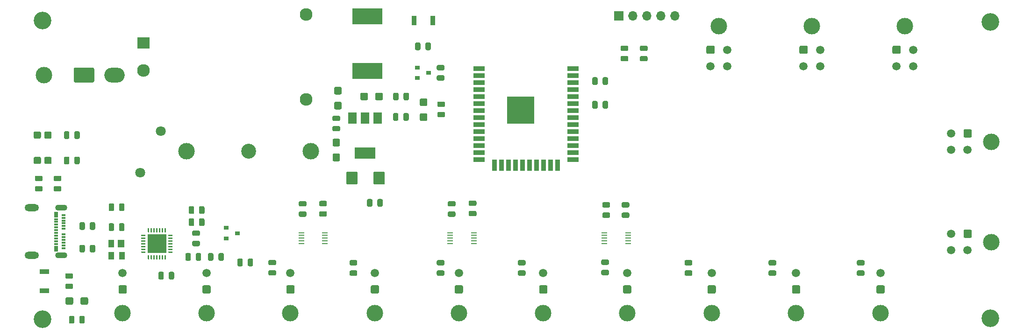
<source format=gts>
G04 #@! TF.GenerationSoftware,KiCad,Pcbnew,(5.1.9)-1*
G04 #@! TF.CreationDate,2021-01-28T11:08:42-05:00*
G04 #@! TF.ProjectId,Controller,436f6e74-726f-46c6-9c65-722e6b696361,rev?*
G04 #@! TF.SameCoordinates,Original*
G04 #@! TF.FileFunction,Soldermask,Top*
G04 #@! TF.FilePolarity,Negative*
%FSLAX46Y46*%
G04 Gerber Fmt 4.6, Leading zero omitted, Abs format (unit mm)*
G04 Created by KiCad (PCBNEW (5.1.9)-1) date 2021-01-28 11:08:42*
%MOMM*%
%LPD*%
G01*
G04 APERTURE LIST*
%ADD10C,3.000000*%
%ADD11O,3.700000X2.700000*%
%ADD12O,1.700000X1.700000*%
%ADD13R,1.700000X1.700000*%
%ADD14C,1.500000*%
%ADD15C,3.200000*%
%ADD16R,1.100000X0.250000*%
%ADD17R,1.500000X2.000000*%
%ADD18R,3.800000X2.000000*%
%ADD19R,3.350000X3.350000*%
%ADD20R,2.000000X0.900000*%
%ADD21R,0.900000X2.000000*%
%ADD22R,5.000000X5.000000*%
%ADD23R,1.700000X0.900000*%
%ADD24R,0.900000X1.700000*%
%ADD25C,1.800000*%
%ADD26R,0.900000X0.800000*%
%ADD27C,2.300000*%
%ADD28R,2.300000X2.000000*%
%ADD29R,5.400000X2.900000*%
%ADD30R,0.700000X0.300000*%
%ADD31R,0.700000X1.000000*%
%ADD32O,2.200000X1.100000*%
%ADD33O,2.600000X1.300000*%
%ADD34C,2.700000*%
%ADD35R,1.000000X1.400000*%
%ADD36R,1.200000X1.400000*%
G04 APERTURE END LIST*
D10*
X50400000Y-34100000D03*
D11*
X63200000Y-34100000D03*
G36*
G01*
X59299999Y-35450000D02*
X56100001Y-35450000D01*
G75*
G02*
X55850000Y-35199999I0J250001D01*
G01*
X55850000Y-33000001D01*
G75*
G02*
X56100001Y-32750000I250001J0D01*
G01*
X59299999Y-32750000D01*
G75*
G02*
X59550000Y-33000001I0J-250001D01*
G01*
X59550000Y-35199999D01*
G75*
G02*
X59299999Y-35450000I-250001J0D01*
G01*
G37*
D12*
X164760000Y-23400000D03*
X162220000Y-23400000D03*
X159680000Y-23400000D03*
X157140000Y-23400000D03*
D13*
X154600000Y-23400000D03*
D14*
X174200000Y-32520000D03*
X171200000Y-32520000D03*
X174200000Y-29520000D03*
G36*
G01*
X170450000Y-30020000D02*
X170450000Y-29020000D01*
G75*
G02*
X170700000Y-28770000I250000J0D01*
G01*
X171700000Y-28770000D01*
G75*
G02*
X171950000Y-29020000I0J-250000D01*
G01*
X171950000Y-30020000D01*
G75*
G02*
X171700000Y-30270000I-250000J0D01*
G01*
X170700000Y-30270000D01*
G75*
G02*
X170450000Y-30020000I0J250000D01*
G01*
G37*
D10*
X172700000Y-25200000D03*
G36*
G01*
X159556250Y-29750000D02*
X158643750Y-29750000D01*
G75*
G02*
X158400000Y-29506250I0J243750D01*
G01*
X158400000Y-29018750D01*
G75*
G02*
X158643750Y-28775000I243750J0D01*
G01*
X159556250Y-28775000D01*
G75*
G02*
X159800000Y-29018750I0J-243750D01*
G01*
X159800000Y-29506250D01*
G75*
G02*
X159556250Y-29750000I-243750J0D01*
G01*
G37*
G36*
G01*
X159556250Y-31625000D02*
X158643750Y-31625000D01*
G75*
G02*
X158400000Y-31381250I0J243750D01*
G01*
X158400000Y-30893750D01*
G75*
G02*
X158643750Y-30650000I243750J0D01*
G01*
X159556250Y-30650000D01*
G75*
G02*
X159800000Y-30893750I0J-243750D01*
G01*
X159800000Y-31381250D01*
G75*
G02*
X159556250Y-31625000I-243750J0D01*
G01*
G37*
G36*
G01*
X156056250Y-29750000D02*
X155143750Y-29750000D01*
G75*
G02*
X154900000Y-29506250I0J243750D01*
G01*
X154900000Y-29018750D01*
G75*
G02*
X155143750Y-28775000I243750J0D01*
G01*
X156056250Y-28775000D01*
G75*
G02*
X156300000Y-29018750I0J-243750D01*
G01*
X156300000Y-29506250D01*
G75*
G02*
X156056250Y-29750000I-243750J0D01*
G01*
G37*
G36*
G01*
X156056250Y-31625000D02*
X155143750Y-31625000D01*
G75*
G02*
X154900000Y-31381250I0J243750D01*
G01*
X154900000Y-30893750D01*
G75*
G02*
X155143750Y-30650000I243750J0D01*
G01*
X156056250Y-30650000D01*
G75*
G02*
X156300000Y-30893750I0J-243750D01*
G01*
X156300000Y-31381250D01*
G75*
G02*
X156056250Y-31625000I-243750J0D01*
G01*
G37*
D14*
X140900000Y-70000000D03*
G36*
G01*
X141650000Y-72500000D02*
X141650000Y-73500000D01*
G75*
G02*
X141400000Y-73750000I-250000J0D01*
G01*
X140400000Y-73750000D01*
G75*
G02*
X140150000Y-73500000I0J250000D01*
G01*
X140150000Y-72500000D01*
G75*
G02*
X140400000Y-72250000I250000J0D01*
G01*
X141400000Y-72250000D01*
G75*
G02*
X141650000Y-72500000I0J-250000D01*
G01*
G37*
D10*
X140900000Y-77320000D03*
D14*
X95100000Y-70000000D03*
G36*
G01*
X95850000Y-72500000D02*
X95850000Y-73500000D01*
G75*
G02*
X95600000Y-73750000I-250000J0D01*
G01*
X94600000Y-73750000D01*
G75*
G02*
X94350000Y-73500000I0J250000D01*
G01*
X94350000Y-72500000D01*
G75*
G02*
X94600000Y-72250000I250000J0D01*
G01*
X95600000Y-72250000D01*
G75*
G02*
X95850000Y-72500000I0J-250000D01*
G01*
G37*
D10*
X95100000Y-77320000D03*
D14*
X171400000Y-70000000D03*
G36*
G01*
X172150000Y-72500000D02*
X172150000Y-73500000D01*
G75*
G02*
X171900000Y-73750000I-250000J0D01*
G01*
X170900000Y-73750000D01*
G75*
G02*
X170650000Y-73500000I0J250000D01*
G01*
X170650000Y-72500000D01*
G75*
G02*
X170900000Y-72250000I250000J0D01*
G01*
X171900000Y-72250000D01*
G75*
G02*
X172150000Y-72500000I0J-250000D01*
G01*
G37*
D10*
X171400000Y-77320000D03*
D14*
X125600000Y-70000000D03*
G36*
G01*
X126350000Y-72500000D02*
X126350000Y-73500000D01*
G75*
G02*
X126100000Y-73750000I-250000J0D01*
G01*
X125100000Y-73750000D01*
G75*
G02*
X124850000Y-73500000I0J250000D01*
G01*
X124850000Y-72500000D01*
G75*
G02*
X125100000Y-72250000I250000J0D01*
G01*
X126100000Y-72250000D01*
G75*
G02*
X126350000Y-72500000I0J-250000D01*
G01*
G37*
D10*
X125600000Y-77320000D03*
D14*
X79900000Y-70000000D03*
G36*
G01*
X80650000Y-72500000D02*
X80650000Y-73500000D01*
G75*
G02*
X80400000Y-73750000I-250000J0D01*
G01*
X79400000Y-73750000D01*
G75*
G02*
X79150000Y-73500000I0J250000D01*
G01*
X79150000Y-72500000D01*
G75*
G02*
X79400000Y-72250000I250000J0D01*
G01*
X80400000Y-72250000D01*
G75*
G02*
X80650000Y-72500000I0J-250000D01*
G01*
G37*
D10*
X79900000Y-77320000D03*
D14*
X156100000Y-70000000D03*
G36*
G01*
X156850000Y-72500000D02*
X156850000Y-73500000D01*
G75*
G02*
X156600000Y-73750000I-250000J0D01*
G01*
X155600000Y-73750000D01*
G75*
G02*
X155350000Y-73500000I0J250000D01*
G01*
X155350000Y-72500000D01*
G75*
G02*
X155600000Y-72250000I250000J0D01*
G01*
X156600000Y-72250000D01*
G75*
G02*
X156850000Y-72500000I0J-250000D01*
G01*
G37*
D10*
X156100000Y-77320000D03*
D14*
X110400000Y-70000000D03*
G36*
G01*
X111150000Y-72500000D02*
X111150000Y-73500000D01*
G75*
G02*
X110900000Y-73750000I-250000J0D01*
G01*
X109900000Y-73750000D01*
G75*
G02*
X109650000Y-73500000I0J250000D01*
G01*
X109650000Y-72500000D01*
G75*
G02*
X109900000Y-72250000I250000J0D01*
G01*
X110900000Y-72250000D01*
G75*
G02*
X111150000Y-72500000I0J-250000D01*
G01*
G37*
D10*
X110400000Y-77320000D03*
D14*
X64700000Y-70000000D03*
G36*
G01*
X65450000Y-72500000D02*
X65450000Y-73500000D01*
G75*
G02*
X65200000Y-73750000I-250000J0D01*
G01*
X64200000Y-73750000D01*
G75*
G02*
X63950000Y-73500000I0J250000D01*
G01*
X63950000Y-72500000D01*
G75*
G02*
X64200000Y-72250000I250000J0D01*
G01*
X65200000Y-72250000D01*
G75*
G02*
X65450000Y-72500000I0J-250000D01*
G01*
G37*
D10*
X64700000Y-77320000D03*
D14*
X202000000Y-70000000D03*
G36*
G01*
X202750000Y-72500000D02*
X202750000Y-73500000D01*
G75*
G02*
X202500000Y-73750000I-250000J0D01*
G01*
X201500000Y-73750000D01*
G75*
G02*
X201250000Y-73500000I0J250000D01*
G01*
X201250000Y-72500000D01*
G75*
G02*
X201500000Y-72250000I250000J0D01*
G01*
X202500000Y-72250000D01*
G75*
G02*
X202750000Y-72500000I0J-250000D01*
G01*
G37*
D10*
X202000000Y-77320000D03*
D14*
X186700000Y-70000000D03*
G36*
G01*
X187450000Y-72500000D02*
X187450000Y-73500000D01*
G75*
G02*
X187200000Y-73750000I-250000J0D01*
G01*
X186200000Y-73750000D01*
G75*
G02*
X185950000Y-73500000I0J250000D01*
G01*
X185950000Y-72500000D01*
G75*
G02*
X186200000Y-72250000I250000J0D01*
G01*
X187200000Y-72250000D01*
G75*
G02*
X187450000Y-72500000I0J-250000D01*
G01*
G37*
D10*
X186700000Y-77320000D03*
D14*
X214780000Y-65900000D03*
X214780000Y-62900000D03*
X217780000Y-65900000D03*
G36*
G01*
X217280000Y-62150000D02*
X218280000Y-62150000D01*
G75*
G02*
X218530000Y-62400000I0J-250000D01*
G01*
X218530000Y-63400000D01*
G75*
G02*
X218280000Y-63650000I-250000J0D01*
G01*
X217280000Y-63650000D01*
G75*
G02*
X217030000Y-63400000I0J250000D01*
G01*
X217030000Y-62400000D01*
G75*
G02*
X217280000Y-62150000I250000J0D01*
G01*
G37*
D10*
X222100000Y-64400000D03*
D14*
X214780000Y-47700000D03*
X214780000Y-44700000D03*
X217780000Y-47700000D03*
G36*
G01*
X217280000Y-43950000D02*
X218280000Y-43950000D01*
G75*
G02*
X218530000Y-44200000I0J-250000D01*
G01*
X218530000Y-45200000D01*
G75*
G02*
X218280000Y-45450000I-250000J0D01*
G01*
X217280000Y-45450000D01*
G75*
G02*
X217030000Y-45200000I0J250000D01*
G01*
X217030000Y-44200000D01*
G75*
G02*
X217280000Y-43950000I250000J0D01*
G01*
G37*
D10*
X222100000Y-46200000D03*
D14*
X207900000Y-32520000D03*
X204900000Y-32520000D03*
X207900000Y-29520000D03*
G36*
G01*
X204150000Y-30020000D02*
X204150000Y-29020000D01*
G75*
G02*
X204400000Y-28770000I250000J0D01*
G01*
X205400000Y-28770000D01*
G75*
G02*
X205650000Y-29020000I0J-250000D01*
G01*
X205650000Y-30020000D01*
G75*
G02*
X205400000Y-30270000I-250000J0D01*
G01*
X204400000Y-30270000D01*
G75*
G02*
X204150000Y-30020000I0J250000D01*
G01*
G37*
D10*
X206400000Y-25200000D03*
D14*
X191050000Y-32520000D03*
X188050000Y-32520000D03*
X191050000Y-29520000D03*
G36*
G01*
X187300000Y-30020000D02*
X187300000Y-29020000D01*
G75*
G02*
X187550000Y-28770000I250000J0D01*
G01*
X188550000Y-28770000D01*
G75*
G02*
X188800000Y-29020000I0J-250000D01*
G01*
X188800000Y-30020000D01*
G75*
G02*
X188550000Y-30270000I-250000J0D01*
G01*
X187550000Y-30270000D01*
G75*
G02*
X187300000Y-30020000I0J250000D01*
G01*
G37*
D10*
X189550000Y-25200000D03*
D15*
X221900000Y-24500000D03*
X221900000Y-78200000D03*
X50200000Y-78400000D03*
X50200000Y-24200000D03*
D16*
X156250000Y-62700000D03*
X156250000Y-63200000D03*
X156250000Y-63700000D03*
X156250000Y-64200000D03*
X156250000Y-64700000D03*
X151950000Y-64700000D03*
X151950000Y-64200000D03*
X151950000Y-63700000D03*
X151950000Y-63200000D03*
X151950000Y-62700000D03*
X101350000Y-62700000D03*
X101350000Y-63200000D03*
X101350000Y-63700000D03*
X101350000Y-64200000D03*
X101350000Y-64700000D03*
X97050000Y-64700000D03*
X97050000Y-64200000D03*
X97050000Y-63700000D03*
X97050000Y-63200000D03*
X97050000Y-62700000D03*
X128350000Y-62700000D03*
X128350000Y-63200000D03*
X128350000Y-63700000D03*
X128350000Y-64200000D03*
X128350000Y-64700000D03*
X124050000Y-64700000D03*
X124050000Y-64200000D03*
X124050000Y-63700000D03*
X124050000Y-63200000D03*
X124050000Y-62700000D03*
D17*
X110900000Y-41950000D03*
X106300000Y-41950000D03*
X108600000Y-41950000D03*
D18*
X108600000Y-48250000D03*
D19*
X70900000Y-64720000D03*
G36*
G01*
X69275000Y-62607500D02*
X69275000Y-61932500D01*
G75*
G02*
X69337500Y-61870000I62500J0D01*
G01*
X69462500Y-61870000D01*
G75*
G02*
X69525000Y-61932500I0J-62500D01*
G01*
X69525000Y-62607500D01*
G75*
G02*
X69462500Y-62670000I-62500J0D01*
G01*
X69337500Y-62670000D01*
G75*
G02*
X69275000Y-62607500I0J62500D01*
G01*
G37*
G36*
G01*
X69775000Y-62607500D02*
X69775000Y-61932500D01*
G75*
G02*
X69837500Y-61870000I62500J0D01*
G01*
X69962500Y-61870000D01*
G75*
G02*
X70025000Y-61932500I0J-62500D01*
G01*
X70025000Y-62607500D01*
G75*
G02*
X69962500Y-62670000I-62500J0D01*
G01*
X69837500Y-62670000D01*
G75*
G02*
X69775000Y-62607500I0J62500D01*
G01*
G37*
G36*
G01*
X70275000Y-62607500D02*
X70275000Y-61932500D01*
G75*
G02*
X70337500Y-61870000I62500J0D01*
G01*
X70462500Y-61870000D01*
G75*
G02*
X70525000Y-61932500I0J-62500D01*
G01*
X70525000Y-62607500D01*
G75*
G02*
X70462500Y-62670000I-62500J0D01*
G01*
X70337500Y-62670000D01*
G75*
G02*
X70275000Y-62607500I0J62500D01*
G01*
G37*
G36*
G01*
X70775000Y-62607500D02*
X70775000Y-61932500D01*
G75*
G02*
X70837500Y-61870000I62500J0D01*
G01*
X70962500Y-61870000D01*
G75*
G02*
X71025000Y-61932500I0J-62500D01*
G01*
X71025000Y-62607500D01*
G75*
G02*
X70962500Y-62670000I-62500J0D01*
G01*
X70837500Y-62670000D01*
G75*
G02*
X70775000Y-62607500I0J62500D01*
G01*
G37*
G36*
G01*
X71275000Y-62607500D02*
X71275000Y-61932500D01*
G75*
G02*
X71337500Y-61870000I62500J0D01*
G01*
X71462500Y-61870000D01*
G75*
G02*
X71525000Y-61932500I0J-62500D01*
G01*
X71525000Y-62607500D01*
G75*
G02*
X71462500Y-62670000I-62500J0D01*
G01*
X71337500Y-62670000D01*
G75*
G02*
X71275000Y-62607500I0J62500D01*
G01*
G37*
G36*
G01*
X71775000Y-62607500D02*
X71775000Y-61932500D01*
G75*
G02*
X71837500Y-61870000I62500J0D01*
G01*
X71962500Y-61870000D01*
G75*
G02*
X72025000Y-61932500I0J-62500D01*
G01*
X72025000Y-62607500D01*
G75*
G02*
X71962500Y-62670000I-62500J0D01*
G01*
X71837500Y-62670000D01*
G75*
G02*
X71775000Y-62607500I0J62500D01*
G01*
G37*
G36*
G01*
X72275000Y-62607500D02*
X72275000Y-61932500D01*
G75*
G02*
X72337500Y-61870000I62500J0D01*
G01*
X72462500Y-61870000D01*
G75*
G02*
X72525000Y-61932500I0J-62500D01*
G01*
X72525000Y-62607500D01*
G75*
G02*
X72462500Y-62670000I-62500J0D01*
G01*
X72337500Y-62670000D01*
G75*
G02*
X72275000Y-62607500I0J62500D01*
G01*
G37*
G36*
G01*
X72950000Y-63282500D02*
X72950000Y-63157500D01*
G75*
G02*
X73012500Y-63095000I62500J0D01*
G01*
X73687500Y-63095000D01*
G75*
G02*
X73750000Y-63157500I0J-62500D01*
G01*
X73750000Y-63282500D01*
G75*
G02*
X73687500Y-63345000I-62500J0D01*
G01*
X73012500Y-63345000D01*
G75*
G02*
X72950000Y-63282500I0J62500D01*
G01*
G37*
G36*
G01*
X72950000Y-63782500D02*
X72950000Y-63657500D01*
G75*
G02*
X73012500Y-63595000I62500J0D01*
G01*
X73687500Y-63595000D01*
G75*
G02*
X73750000Y-63657500I0J-62500D01*
G01*
X73750000Y-63782500D01*
G75*
G02*
X73687500Y-63845000I-62500J0D01*
G01*
X73012500Y-63845000D01*
G75*
G02*
X72950000Y-63782500I0J62500D01*
G01*
G37*
G36*
G01*
X72950000Y-64282500D02*
X72950000Y-64157500D01*
G75*
G02*
X73012500Y-64095000I62500J0D01*
G01*
X73687500Y-64095000D01*
G75*
G02*
X73750000Y-64157500I0J-62500D01*
G01*
X73750000Y-64282500D01*
G75*
G02*
X73687500Y-64345000I-62500J0D01*
G01*
X73012500Y-64345000D01*
G75*
G02*
X72950000Y-64282500I0J62500D01*
G01*
G37*
G36*
G01*
X72950000Y-64782500D02*
X72950000Y-64657500D01*
G75*
G02*
X73012500Y-64595000I62500J0D01*
G01*
X73687500Y-64595000D01*
G75*
G02*
X73750000Y-64657500I0J-62500D01*
G01*
X73750000Y-64782500D01*
G75*
G02*
X73687500Y-64845000I-62500J0D01*
G01*
X73012500Y-64845000D01*
G75*
G02*
X72950000Y-64782500I0J62500D01*
G01*
G37*
G36*
G01*
X72950000Y-65282500D02*
X72950000Y-65157500D01*
G75*
G02*
X73012500Y-65095000I62500J0D01*
G01*
X73687500Y-65095000D01*
G75*
G02*
X73750000Y-65157500I0J-62500D01*
G01*
X73750000Y-65282500D01*
G75*
G02*
X73687500Y-65345000I-62500J0D01*
G01*
X73012500Y-65345000D01*
G75*
G02*
X72950000Y-65282500I0J62500D01*
G01*
G37*
G36*
G01*
X72950000Y-65782500D02*
X72950000Y-65657500D01*
G75*
G02*
X73012500Y-65595000I62500J0D01*
G01*
X73687500Y-65595000D01*
G75*
G02*
X73750000Y-65657500I0J-62500D01*
G01*
X73750000Y-65782500D01*
G75*
G02*
X73687500Y-65845000I-62500J0D01*
G01*
X73012500Y-65845000D01*
G75*
G02*
X72950000Y-65782500I0J62500D01*
G01*
G37*
G36*
G01*
X72950000Y-66282500D02*
X72950000Y-66157500D01*
G75*
G02*
X73012500Y-66095000I62500J0D01*
G01*
X73687500Y-66095000D01*
G75*
G02*
X73750000Y-66157500I0J-62500D01*
G01*
X73750000Y-66282500D01*
G75*
G02*
X73687500Y-66345000I-62500J0D01*
G01*
X73012500Y-66345000D01*
G75*
G02*
X72950000Y-66282500I0J62500D01*
G01*
G37*
G36*
G01*
X72275000Y-67507500D02*
X72275000Y-66832500D01*
G75*
G02*
X72337500Y-66770000I62500J0D01*
G01*
X72462500Y-66770000D01*
G75*
G02*
X72525000Y-66832500I0J-62500D01*
G01*
X72525000Y-67507500D01*
G75*
G02*
X72462500Y-67570000I-62500J0D01*
G01*
X72337500Y-67570000D01*
G75*
G02*
X72275000Y-67507500I0J62500D01*
G01*
G37*
G36*
G01*
X71775000Y-67507500D02*
X71775000Y-66832500D01*
G75*
G02*
X71837500Y-66770000I62500J0D01*
G01*
X71962500Y-66770000D01*
G75*
G02*
X72025000Y-66832500I0J-62500D01*
G01*
X72025000Y-67507500D01*
G75*
G02*
X71962500Y-67570000I-62500J0D01*
G01*
X71837500Y-67570000D01*
G75*
G02*
X71775000Y-67507500I0J62500D01*
G01*
G37*
G36*
G01*
X71275000Y-67507500D02*
X71275000Y-66832500D01*
G75*
G02*
X71337500Y-66770000I62500J0D01*
G01*
X71462500Y-66770000D01*
G75*
G02*
X71525000Y-66832500I0J-62500D01*
G01*
X71525000Y-67507500D01*
G75*
G02*
X71462500Y-67570000I-62500J0D01*
G01*
X71337500Y-67570000D01*
G75*
G02*
X71275000Y-67507500I0J62500D01*
G01*
G37*
G36*
G01*
X70775000Y-67507500D02*
X70775000Y-66832500D01*
G75*
G02*
X70837500Y-66770000I62500J0D01*
G01*
X70962500Y-66770000D01*
G75*
G02*
X71025000Y-66832500I0J-62500D01*
G01*
X71025000Y-67507500D01*
G75*
G02*
X70962500Y-67570000I-62500J0D01*
G01*
X70837500Y-67570000D01*
G75*
G02*
X70775000Y-67507500I0J62500D01*
G01*
G37*
G36*
G01*
X70275000Y-67507500D02*
X70275000Y-66832500D01*
G75*
G02*
X70337500Y-66770000I62500J0D01*
G01*
X70462500Y-66770000D01*
G75*
G02*
X70525000Y-66832500I0J-62500D01*
G01*
X70525000Y-67507500D01*
G75*
G02*
X70462500Y-67570000I-62500J0D01*
G01*
X70337500Y-67570000D01*
G75*
G02*
X70275000Y-67507500I0J62500D01*
G01*
G37*
G36*
G01*
X69775000Y-67507500D02*
X69775000Y-66832500D01*
G75*
G02*
X69837500Y-66770000I62500J0D01*
G01*
X69962500Y-66770000D01*
G75*
G02*
X70025000Y-66832500I0J-62500D01*
G01*
X70025000Y-67507500D01*
G75*
G02*
X69962500Y-67570000I-62500J0D01*
G01*
X69837500Y-67570000D01*
G75*
G02*
X69775000Y-67507500I0J62500D01*
G01*
G37*
G36*
G01*
X69275000Y-67507500D02*
X69275000Y-66832500D01*
G75*
G02*
X69337500Y-66770000I62500J0D01*
G01*
X69462500Y-66770000D01*
G75*
G02*
X69525000Y-66832500I0J-62500D01*
G01*
X69525000Y-67507500D01*
G75*
G02*
X69462500Y-67570000I-62500J0D01*
G01*
X69337500Y-67570000D01*
G75*
G02*
X69275000Y-67507500I0J62500D01*
G01*
G37*
G36*
G01*
X68050000Y-66282500D02*
X68050000Y-66157500D01*
G75*
G02*
X68112500Y-66095000I62500J0D01*
G01*
X68787500Y-66095000D01*
G75*
G02*
X68850000Y-66157500I0J-62500D01*
G01*
X68850000Y-66282500D01*
G75*
G02*
X68787500Y-66345000I-62500J0D01*
G01*
X68112500Y-66345000D01*
G75*
G02*
X68050000Y-66282500I0J62500D01*
G01*
G37*
G36*
G01*
X68050000Y-65782500D02*
X68050000Y-65657500D01*
G75*
G02*
X68112500Y-65595000I62500J0D01*
G01*
X68787500Y-65595000D01*
G75*
G02*
X68850000Y-65657500I0J-62500D01*
G01*
X68850000Y-65782500D01*
G75*
G02*
X68787500Y-65845000I-62500J0D01*
G01*
X68112500Y-65845000D01*
G75*
G02*
X68050000Y-65782500I0J62500D01*
G01*
G37*
G36*
G01*
X68050000Y-65282500D02*
X68050000Y-65157500D01*
G75*
G02*
X68112500Y-65095000I62500J0D01*
G01*
X68787500Y-65095000D01*
G75*
G02*
X68850000Y-65157500I0J-62500D01*
G01*
X68850000Y-65282500D01*
G75*
G02*
X68787500Y-65345000I-62500J0D01*
G01*
X68112500Y-65345000D01*
G75*
G02*
X68050000Y-65282500I0J62500D01*
G01*
G37*
G36*
G01*
X68050000Y-64782500D02*
X68050000Y-64657500D01*
G75*
G02*
X68112500Y-64595000I62500J0D01*
G01*
X68787500Y-64595000D01*
G75*
G02*
X68850000Y-64657500I0J-62500D01*
G01*
X68850000Y-64782500D01*
G75*
G02*
X68787500Y-64845000I-62500J0D01*
G01*
X68112500Y-64845000D01*
G75*
G02*
X68050000Y-64782500I0J62500D01*
G01*
G37*
G36*
G01*
X68050000Y-64282500D02*
X68050000Y-64157500D01*
G75*
G02*
X68112500Y-64095000I62500J0D01*
G01*
X68787500Y-64095000D01*
G75*
G02*
X68850000Y-64157500I0J-62500D01*
G01*
X68850000Y-64282500D01*
G75*
G02*
X68787500Y-64345000I-62500J0D01*
G01*
X68112500Y-64345000D01*
G75*
G02*
X68050000Y-64282500I0J62500D01*
G01*
G37*
G36*
G01*
X68050000Y-63782500D02*
X68050000Y-63657500D01*
G75*
G02*
X68112500Y-63595000I62500J0D01*
G01*
X68787500Y-63595000D01*
G75*
G02*
X68850000Y-63657500I0J-62500D01*
G01*
X68850000Y-63782500D01*
G75*
G02*
X68787500Y-63845000I-62500J0D01*
G01*
X68112500Y-63845000D01*
G75*
G02*
X68050000Y-63782500I0J62500D01*
G01*
G37*
G36*
G01*
X68050000Y-63282500D02*
X68050000Y-63157500D01*
G75*
G02*
X68112500Y-63095000I62500J0D01*
G01*
X68787500Y-63095000D01*
G75*
G02*
X68850000Y-63157500I0J-62500D01*
G01*
X68850000Y-63282500D01*
G75*
G02*
X68787500Y-63345000I-62500J0D01*
G01*
X68112500Y-63345000D01*
G75*
G02*
X68050000Y-63282500I0J62500D01*
G01*
G37*
D20*
X146300000Y-32945000D03*
X146300000Y-34215000D03*
X146300000Y-35485000D03*
X146300000Y-36755000D03*
X146300000Y-38025000D03*
X146300000Y-39295000D03*
X146300000Y-40565000D03*
X146300000Y-41835000D03*
X146300000Y-43105000D03*
X146300000Y-44375000D03*
X146300000Y-45645000D03*
X146300000Y-46915000D03*
X146300000Y-48185000D03*
X146300000Y-49455000D03*
D21*
X143515000Y-50455000D03*
X142245000Y-50455000D03*
X140975000Y-50455000D03*
X139705000Y-50455000D03*
X138435000Y-50455000D03*
X137165000Y-50455000D03*
X135895000Y-50455000D03*
X134625000Y-50455000D03*
X133355000Y-50455000D03*
X132085000Y-50455000D03*
D20*
X129300000Y-49455000D03*
X129300000Y-48185000D03*
X129300000Y-46915000D03*
X129300000Y-45645000D03*
X129300000Y-44375000D03*
X129300000Y-43105000D03*
X129300000Y-41835000D03*
X129300000Y-40565000D03*
X129300000Y-39295000D03*
X129300000Y-38025000D03*
X129300000Y-36755000D03*
X129300000Y-35485000D03*
X129300000Y-34215000D03*
X129300000Y-32945000D03*
D22*
X136800000Y-40445000D03*
D23*
X50500000Y-69800000D03*
X50500000Y-73200000D03*
D24*
X120900000Y-24200000D03*
X117500000Y-24200000D03*
D25*
X71600000Y-44300000D03*
X67900000Y-51800000D03*
G36*
G01*
X198856250Y-68650000D02*
X197943750Y-68650000D01*
G75*
G02*
X197700000Y-68406250I0J243750D01*
G01*
X197700000Y-67918750D01*
G75*
G02*
X197943750Y-67675000I243750J0D01*
G01*
X198856250Y-67675000D01*
G75*
G02*
X199100000Y-67918750I0J-243750D01*
G01*
X199100000Y-68406250D01*
G75*
G02*
X198856250Y-68650000I-243750J0D01*
G01*
G37*
G36*
G01*
X198856250Y-70525000D02*
X197943750Y-70525000D01*
G75*
G02*
X197700000Y-70281250I0J243750D01*
G01*
X197700000Y-69793750D01*
G75*
G02*
X197943750Y-69550000I243750J0D01*
G01*
X198856250Y-69550000D01*
G75*
G02*
X199100000Y-69793750I0J-243750D01*
G01*
X199100000Y-70281250D01*
G75*
G02*
X198856250Y-70525000I-243750J0D01*
G01*
G37*
G36*
G01*
X182856250Y-68650000D02*
X181943750Y-68650000D01*
G75*
G02*
X181700000Y-68406250I0J243750D01*
G01*
X181700000Y-67918750D01*
G75*
G02*
X181943750Y-67675000I243750J0D01*
G01*
X182856250Y-67675000D01*
G75*
G02*
X183100000Y-67918750I0J-243750D01*
G01*
X183100000Y-68406250D01*
G75*
G02*
X182856250Y-68650000I-243750J0D01*
G01*
G37*
G36*
G01*
X182856250Y-70525000D02*
X181943750Y-70525000D01*
G75*
G02*
X181700000Y-70281250I0J243750D01*
G01*
X181700000Y-69793750D01*
G75*
G02*
X181943750Y-69550000I243750J0D01*
G01*
X182856250Y-69550000D01*
G75*
G02*
X183100000Y-69793750I0J-243750D01*
G01*
X183100000Y-70281250D01*
G75*
G02*
X182856250Y-70525000I-243750J0D01*
G01*
G37*
G36*
G01*
X137456250Y-68650000D02*
X136543750Y-68650000D01*
G75*
G02*
X136300000Y-68406250I0J243750D01*
G01*
X136300000Y-67918750D01*
G75*
G02*
X136543750Y-67675000I243750J0D01*
G01*
X137456250Y-67675000D01*
G75*
G02*
X137700000Y-67918750I0J-243750D01*
G01*
X137700000Y-68406250D01*
G75*
G02*
X137456250Y-68650000I-243750J0D01*
G01*
G37*
G36*
G01*
X137456250Y-70525000D02*
X136543750Y-70525000D01*
G75*
G02*
X136300000Y-70281250I0J243750D01*
G01*
X136300000Y-69793750D01*
G75*
G02*
X136543750Y-69550000I243750J0D01*
G01*
X137456250Y-69550000D01*
G75*
G02*
X137700000Y-69793750I0J-243750D01*
G01*
X137700000Y-70281250D01*
G75*
G02*
X137456250Y-70525000I-243750J0D01*
G01*
G37*
G36*
G01*
X92256250Y-68612500D02*
X91343750Y-68612500D01*
G75*
G02*
X91100000Y-68368750I0J243750D01*
G01*
X91100000Y-67881250D01*
G75*
G02*
X91343750Y-67637500I243750J0D01*
G01*
X92256250Y-67637500D01*
G75*
G02*
X92500000Y-67881250I0J-243750D01*
G01*
X92500000Y-68368750D01*
G75*
G02*
X92256250Y-68612500I-243750J0D01*
G01*
G37*
G36*
G01*
X92256250Y-70487500D02*
X91343750Y-70487500D01*
G75*
G02*
X91100000Y-70243750I0J243750D01*
G01*
X91100000Y-69756250D01*
G75*
G02*
X91343750Y-69512500I243750J0D01*
G01*
X92256250Y-69512500D01*
G75*
G02*
X92500000Y-69756250I0J-243750D01*
G01*
X92500000Y-70243750D01*
G75*
G02*
X92256250Y-70487500I-243750J0D01*
G01*
G37*
G36*
G01*
X167656250Y-68650000D02*
X166743750Y-68650000D01*
G75*
G02*
X166500000Y-68406250I0J243750D01*
G01*
X166500000Y-67918750D01*
G75*
G02*
X166743750Y-67675000I243750J0D01*
G01*
X167656250Y-67675000D01*
G75*
G02*
X167900000Y-67918750I0J-243750D01*
G01*
X167900000Y-68406250D01*
G75*
G02*
X167656250Y-68650000I-243750J0D01*
G01*
G37*
G36*
G01*
X167656250Y-70525000D02*
X166743750Y-70525000D01*
G75*
G02*
X166500000Y-70281250I0J243750D01*
G01*
X166500000Y-69793750D01*
G75*
G02*
X166743750Y-69550000I243750J0D01*
G01*
X167656250Y-69550000D01*
G75*
G02*
X167900000Y-69793750I0J-243750D01*
G01*
X167900000Y-70281250D01*
G75*
G02*
X167656250Y-70525000I-243750J0D01*
G01*
G37*
G36*
G01*
X122756250Y-68650000D02*
X121843750Y-68650000D01*
G75*
G02*
X121600000Y-68406250I0J243750D01*
G01*
X121600000Y-67918750D01*
G75*
G02*
X121843750Y-67675000I243750J0D01*
G01*
X122756250Y-67675000D01*
G75*
G02*
X123000000Y-67918750I0J-243750D01*
G01*
X123000000Y-68406250D01*
G75*
G02*
X122756250Y-68650000I-243750J0D01*
G01*
G37*
G36*
G01*
X122756250Y-70525000D02*
X121843750Y-70525000D01*
G75*
G02*
X121600000Y-70281250I0J243750D01*
G01*
X121600000Y-69793750D01*
G75*
G02*
X121843750Y-69550000I243750J0D01*
G01*
X122756250Y-69550000D01*
G75*
G02*
X123000000Y-69793750I0J-243750D01*
G01*
X123000000Y-70281250D01*
G75*
G02*
X122756250Y-70525000I-243750J0D01*
G01*
G37*
G36*
G01*
X87350000Y-68556250D02*
X87350000Y-67643750D01*
G75*
G02*
X87593750Y-67400000I243750J0D01*
G01*
X88081250Y-67400000D01*
G75*
G02*
X88325000Y-67643750I0J-243750D01*
G01*
X88325000Y-68556250D01*
G75*
G02*
X88081250Y-68800000I-243750J0D01*
G01*
X87593750Y-68800000D01*
G75*
G02*
X87350000Y-68556250I0J243750D01*
G01*
G37*
G36*
G01*
X85475000Y-68556250D02*
X85475000Y-67643750D01*
G75*
G02*
X85718750Y-67400000I243750J0D01*
G01*
X86206250Y-67400000D01*
G75*
G02*
X86450000Y-67643750I0J-243750D01*
G01*
X86450000Y-68556250D01*
G75*
G02*
X86206250Y-68800000I-243750J0D01*
G01*
X85718750Y-68800000D01*
G75*
G02*
X85475000Y-68556250I0J243750D01*
G01*
G37*
G36*
G01*
X152556250Y-68550000D02*
X151643750Y-68550000D01*
G75*
G02*
X151400000Y-68306250I0J243750D01*
G01*
X151400000Y-67818750D01*
G75*
G02*
X151643750Y-67575000I243750J0D01*
G01*
X152556250Y-67575000D01*
G75*
G02*
X152800000Y-67818750I0J-243750D01*
G01*
X152800000Y-68306250D01*
G75*
G02*
X152556250Y-68550000I-243750J0D01*
G01*
G37*
G36*
G01*
X152556250Y-70425000D02*
X151643750Y-70425000D01*
G75*
G02*
X151400000Y-70181250I0J243750D01*
G01*
X151400000Y-69693750D01*
G75*
G02*
X151643750Y-69450000I243750J0D01*
G01*
X152556250Y-69450000D01*
G75*
G02*
X152800000Y-69693750I0J-243750D01*
G01*
X152800000Y-70181250D01*
G75*
G02*
X152556250Y-70425000I-243750J0D01*
G01*
G37*
G36*
G01*
X106956250Y-68650000D02*
X106043750Y-68650000D01*
G75*
G02*
X105800000Y-68406250I0J243750D01*
G01*
X105800000Y-67918750D01*
G75*
G02*
X106043750Y-67675000I243750J0D01*
G01*
X106956250Y-67675000D01*
G75*
G02*
X107200000Y-67918750I0J-243750D01*
G01*
X107200000Y-68406250D01*
G75*
G02*
X106956250Y-68650000I-243750J0D01*
G01*
G37*
G36*
G01*
X106956250Y-70525000D02*
X106043750Y-70525000D01*
G75*
G02*
X105800000Y-70281250I0J243750D01*
G01*
X105800000Y-69793750D01*
G75*
G02*
X106043750Y-69550000I243750J0D01*
G01*
X106956250Y-69550000D01*
G75*
G02*
X107200000Y-69793750I0J-243750D01*
G01*
X107200000Y-70281250D01*
G75*
G02*
X106956250Y-70525000I-243750J0D01*
G01*
G37*
G36*
G01*
X82050000Y-67556250D02*
X82050000Y-66643750D01*
G75*
G02*
X82293750Y-66400000I243750J0D01*
G01*
X82781250Y-66400000D01*
G75*
G02*
X83025000Y-66643750I0J-243750D01*
G01*
X83025000Y-67556250D01*
G75*
G02*
X82781250Y-67800000I-243750J0D01*
G01*
X82293750Y-67800000D01*
G75*
G02*
X82050000Y-67556250I0J243750D01*
G01*
G37*
G36*
G01*
X80175000Y-67556250D02*
X80175000Y-66643750D01*
G75*
G02*
X80418750Y-66400000I243750J0D01*
G01*
X80906250Y-66400000D01*
G75*
G02*
X81150000Y-66643750I0J-243750D01*
G01*
X81150000Y-67556250D01*
G75*
G02*
X80906250Y-67800000I-243750J0D01*
G01*
X80418750Y-67800000D01*
G75*
G02*
X80175000Y-67556250I0J243750D01*
G01*
G37*
G36*
G01*
X150750000Y-34743750D02*
X150750000Y-35656250D01*
G75*
G02*
X150506250Y-35900000I-243750J0D01*
G01*
X150018750Y-35900000D01*
G75*
G02*
X149775000Y-35656250I0J243750D01*
G01*
X149775000Y-34743750D01*
G75*
G02*
X150018750Y-34500000I243750J0D01*
G01*
X150506250Y-34500000D01*
G75*
G02*
X150750000Y-34743750I0J-243750D01*
G01*
G37*
G36*
G01*
X152625000Y-34743750D02*
X152625000Y-35656250D01*
G75*
G02*
X152381250Y-35900000I-243750J0D01*
G01*
X151893750Y-35900000D01*
G75*
G02*
X151650000Y-35656250I0J243750D01*
G01*
X151650000Y-34743750D01*
G75*
G02*
X151893750Y-34500000I243750J0D01*
G01*
X152381250Y-34500000D01*
G75*
G02*
X152625000Y-34743750I0J-243750D01*
G01*
G37*
G36*
G01*
X150750000Y-39043750D02*
X150750000Y-39956250D01*
G75*
G02*
X150506250Y-40200000I-243750J0D01*
G01*
X150018750Y-40200000D01*
G75*
G02*
X149775000Y-39956250I0J243750D01*
G01*
X149775000Y-39043750D01*
G75*
G02*
X150018750Y-38800000I243750J0D01*
G01*
X150506250Y-38800000D01*
G75*
G02*
X150750000Y-39043750I0J-243750D01*
G01*
G37*
G36*
G01*
X152625000Y-39043750D02*
X152625000Y-39956250D01*
G75*
G02*
X152381250Y-40200000I-243750J0D01*
G01*
X151893750Y-40200000D01*
G75*
G02*
X151650000Y-39956250I0J243750D01*
G01*
X151650000Y-39043750D01*
G75*
G02*
X151893750Y-38800000I243750J0D01*
G01*
X152381250Y-38800000D01*
G75*
G02*
X152625000Y-39043750I0J-243750D01*
G01*
G37*
G36*
G01*
X114650000Y-41243750D02*
X114650000Y-42156250D01*
G75*
G02*
X114406250Y-42400000I-243750J0D01*
G01*
X113918750Y-42400000D01*
G75*
G02*
X113675000Y-42156250I0J243750D01*
G01*
X113675000Y-41243750D01*
G75*
G02*
X113918750Y-41000000I243750J0D01*
G01*
X114406250Y-41000000D01*
G75*
G02*
X114650000Y-41243750I0J-243750D01*
G01*
G37*
G36*
G01*
X116525000Y-41243750D02*
X116525000Y-42156250D01*
G75*
G02*
X116281250Y-42400000I-243750J0D01*
G01*
X115793750Y-42400000D01*
G75*
G02*
X115550000Y-42156250I0J243750D01*
G01*
X115550000Y-41243750D01*
G75*
G02*
X115793750Y-41000000I243750J0D01*
G01*
X116281250Y-41000000D01*
G75*
G02*
X116525000Y-41243750I0J-243750D01*
G01*
G37*
G36*
G01*
X78456250Y-63287500D02*
X77543750Y-63287500D01*
G75*
G02*
X77300000Y-63043750I0J243750D01*
G01*
X77300000Y-62556250D01*
G75*
G02*
X77543750Y-62312500I243750J0D01*
G01*
X78456250Y-62312500D01*
G75*
G02*
X78700000Y-62556250I0J-243750D01*
G01*
X78700000Y-63043750D01*
G75*
G02*
X78456250Y-63287500I-243750J0D01*
G01*
G37*
G36*
G01*
X78456250Y-65162500D02*
X77543750Y-65162500D01*
G75*
G02*
X77300000Y-64918750I0J243750D01*
G01*
X77300000Y-64431250D01*
G75*
G02*
X77543750Y-64187500I243750J0D01*
G01*
X78456250Y-64187500D01*
G75*
G02*
X78700000Y-64431250I0J-243750D01*
G01*
X78700000Y-64918750D01*
G75*
G02*
X78456250Y-65162500I-243750J0D01*
G01*
G37*
G36*
G01*
X121843750Y-34150000D02*
X122756250Y-34150000D01*
G75*
G02*
X123000000Y-34393750I0J-243750D01*
G01*
X123000000Y-34881250D01*
G75*
G02*
X122756250Y-35125000I-243750J0D01*
G01*
X121843750Y-35125000D01*
G75*
G02*
X121600000Y-34881250I0J243750D01*
G01*
X121600000Y-34393750D01*
G75*
G02*
X121843750Y-34150000I243750J0D01*
G01*
G37*
G36*
G01*
X121843750Y-32275000D02*
X122756250Y-32275000D01*
G75*
G02*
X123000000Y-32518750I0J-243750D01*
G01*
X123000000Y-33006250D01*
G75*
G02*
X122756250Y-33250000I-243750J0D01*
G01*
X121843750Y-33250000D01*
G75*
G02*
X121600000Y-33006250I0J243750D01*
G01*
X121600000Y-32518750D01*
G75*
G02*
X121843750Y-32275000I243750J0D01*
G01*
G37*
G36*
G01*
X58750000Y-61956250D02*
X58750000Y-61043750D01*
G75*
G02*
X58993750Y-60800000I243750J0D01*
G01*
X59481250Y-60800000D01*
G75*
G02*
X59725000Y-61043750I0J-243750D01*
G01*
X59725000Y-61956250D01*
G75*
G02*
X59481250Y-62200000I-243750J0D01*
G01*
X58993750Y-62200000D01*
G75*
G02*
X58750000Y-61956250I0J243750D01*
G01*
G37*
G36*
G01*
X56875000Y-61956250D02*
X56875000Y-61043750D01*
G75*
G02*
X57118750Y-60800000I243750J0D01*
G01*
X57606250Y-60800000D01*
G75*
G02*
X57850000Y-61043750I0J-243750D01*
G01*
X57850000Y-61956250D01*
G75*
G02*
X57606250Y-62200000I-243750J0D01*
G01*
X57118750Y-62200000D01*
G75*
G02*
X56875000Y-61956250I0J243750D01*
G01*
G37*
G36*
G01*
X58750000Y-66056250D02*
X58750000Y-65143750D01*
G75*
G02*
X58993750Y-64900000I243750J0D01*
G01*
X59481250Y-64900000D01*
G75*
G02*
X59725000Y-65143750I0J-243750D01*
G01*
X59725000Y-66056250D01*
G75*
G02*
X59481250Y-66300000I-243750J0D01*
G01*
X58993750Y-66300000D01*
G75*
G02*
X58750000Y-66056250I0J243750D01*
G01*
G37*
G36*
G01*
X56875000Y-66056250D02*
X56875000Y-65143750D01*
G75*
G02*
X57118750Y-64900000I243750J0D01*
G01*
X57606250Y-64900000D01*
G75*
G02*
X57850000Y-65143750I0J-243750D01*
G01*
X57850000Y-66056250D01*
G75*
G02*
X57606250Y-66300000I-243750J0D01*
G01*
X57118750Y-66300000D01*
G75*
G02*
X56875000Y-66056250I0J243750D01*
G01*
G37*
G36*
G01*
X63150000Y-57643750D02*
X63150000Y-58556250D01*
G75*
G02*
X62906250Y-58800000I-243750J0D01*
G01*
X62418750Y-58800000D01*
G75*
G02*
X62175000Y-58556250I0J243750D01*
G01*
X62175000Y-57643750D01*
G75*
G02*
X62418750Y-57400000I243750J0D01*
G01*
X62906250Y-57400000D01*
G75*
G02*
X63150000Y-57643750I0J-243750D01*
G01*
G37*
G36*
G01*
X65025000Y-57643750D02*
X65025000Y-58556250D01*
G75*
G02*
X64781250Y-58800000I-243750J0D01*
G01*
X64293750Y-58800000D01*
G75*
G02*
X64050000Y-58556250I0J243750D01*
G01*
X64050000Y-57643750D01*
G75*
G02*
X64293750Y-57400000I243750J0D01*
G01*
X64781250Y-57400000D01*
G75*
G02*
X65025000Y-57643750I0J-243750D01*
G01*
G37*
G36*
G01*
X55050000Y-44543750D02*
X55050000Y-45456250D01*
G75*
G02*
X54806250Y-45700000I-243750J0D01*
G01*
X54318750Y-45700000D01*
G75*
G02*
X54075000Y-45456250I0J243750D01*
G01*
X54075000Y-44543750D01*
G75*
G02*
X54318750Y-44300000I243750J0D01*
G01*
X54806250Y-44300000D01*
G75*
G02*
X55050000Y-44543750I0J-243750D01*
G01*
G37*
G36*
G01*
X56925000Y-44543750D02*
X56925000Y-45456250D01*
G75*
G02*
X56681250Y-45700000I-243750J0D01*
G01*
X56193750Y-45700000D01*
G75*
G02*
X55950000Y-45456250I0J243750D01*
G01*
X55950000Y-44543750D01*
G75*
G02*
X56193750Y-44300000I243750J0D01*
G01*
X56681250Y-44300000D01*
G75*
G02*
X56925000Y-44543750I0J-243750D01*
G01*
G37*
G36*
G01*
X55050000Y-49143750D02*
X55050000Y-50056250D01*
G75*
G02*
X54806250Y-50300000I-243750J0D01*
G01*
X54318750Y-50300000D01*
G75*
G02*
X54075000Y-50056250I0J243750D01*
G01*
X54075000Y-49143750D01*
G75*
G02*
X54318750Y-48900000I243750J0D01*
G01*
X54806250Y-48900000D01*
G75*
G02*
X55050000Y-49143750I0J-243750D01*
G01*
G37*
G36*
G01*
X56925000Y-49143750D02*
X56925000Y-50056250D01*
G75*
G02*
X56681250Y-50300000I-243750J0D01*
G01*
X56193750Y-50300000D01*
G75*
G02*
X55950000Y-50056250I0J243750D01*
G01*
X55950000Y-49143750D01*
G75*
G02*
X56193750Y-48900000I243750J0D01*
G01*
X56681250Y-48900000D01*
G75*
G02*
X56925000Y-49143750I0J-243750D01*
G01*
G37*
G36*
G01*
X77950000Y-67556250D02*
X77950000Y-66643750D01*
G75*
G02*
X78193750Y-66400000I243750J0D01*
G01*
X78681250Y-66400000D01*
G75*
G02*
X78925000Y-66643750I0J-243750D01*
G01*
X78925000Y-67556250D01*
G75*
G02*
X78681250Y-67800000I-243750J0D01*
G01*
X78193750Y-67800000D01*
G75*
G02*
X77950000Y-67556250I0J243750D01*
G01*
G37*
G36*
G01*
X76075000Y-67556250D02*
X76075000Y-66643750D01*
G75*
G02*
X76318750Y-66400000I243750J0D01*
G01*
X76806250Y-66400000D01*
G75*
G02*
X77050000Y-66643750I0J-243750D01*
G01*
X77050000Y-67556250D01*
G75*
G02*
X76806250Y-67800000I-243750J0D01*
G01*
X76318750Y-67800000D01*
G75*
G02*
X76075000Y-67556250I0J243750D01*
G01*
G37*
G36*
G01*
X72150000Y-70043750D02*
X72150000Y-70956250D01*
G75*
G02*
X71906250Y-71200000I-243750J0D01*
G01*
X71418750Y-71200000D01*
G75*
G02*
X71175000Y-70956250I0J243750D01*
G01*
X71175000Y-70043750D01*
G75*
G02*
X71418750Y-69800000I243750J0D01*
G01*
X71906250Y-69800000D01*
G75*
G02*
X72150000Y-70043750I0J-243750D01*
G01*
G37*
G36*
G01*
X74025000Y-70043750D02*
X74025000Y-70956250D01*
G75*
G02*
X73781250Y-71200000I-243750J0D01*
G01*
X73293750Y-71200000D01*
G75*
G02*
X73050000Y-70956250I0J243750D01*
G01*
X73050000Y-70043750D01*
G75*
G02*
X73293750Y-69800000I243750J0D01*
G01*
X73781250Y-69800000D01*
G75*
G02*
X74025000Y-70043750I0J-243750D01*
G01*
G37*
G36*
G01*
X78550000Y-59056250D02*
X78550000Y-58143750D01*
G75*
G02*
X78793750Y-57900000I243750J0D01*
G01*
X79281250Y-57900000D01*
G75*
G02*
X79525000Y-58143750I0J-243750D01*
G01*
X79525000Y-59056250D01*
G75*
G02*
X79281250Y-59300000I-243750J0D01*
G01*
X78793750Y-59300000D01*
G75*
G02*
X78550000Y-59056250I0J243750D01*
G01*
G37*
G36*
G01*
X76675000Y-59056250D02*
X76675000Y-58143750D01*
G75*
G02*
X76918750Y-57900000I243750J0D01*
G01*
X77406250Y-57900000D01*
G75*
G02*
X77650000Y-58143750I0J-243750D01*
G01*
X77650000Y-59056250D01*
G75*
G02*
X77406250Y-59300000I-243750J0D01*
G01*
X76918750Y-59300000D01*
G75*
G02*
X76675000Y-59056250I0J243750D01*
G01*
G37*
G36*
G01*
X78550000Y-61256250D02*
X78550000Y-60343750D01*
G75*
G02*
X78793750Y-60100000I243750J0D01*
G01*
X79281250Y-60100000D01*
G75*
G02*
X79525000Y-60343750I0J-243750D01*
G01*
X79525000Y-61256250D01*
G75*
G02*
X79281250Y-61500000I-243750J0D01*
G01*
X78793750Y-61500000D01*
G75*
G02*
X78550000Y-61256250I0J243750D01*
G01*
G37*
G36*
G01*
X76675000Y-61256250D02*
X76675000Y-60343750D01*
G75*
G02*
X76918750Y-60100000I243750J0D01*
G01*
X77406250Y-60100000D01*
G75*
G02*
X77650000Y-60343750I0J-243750D01*
G01*
X77650000Y-61256250D01*
G75*
G02*
X77406250Y-61500000I-243750J0D01*
G01*
X76918750Y-61500000D01*
G75*
G02*
X76675000Y-61256250I0J243750D01*
G01*
G37*
D26*
X85500000Y-62800000D03*
X83500000Y-63750000D03*
X83500000Y-61850000D03*
X120100000Y-33700000D03*
X118100000Y-34650000D03*
X118100000Y-32750000D03*
D27*
X97900000Y-38500000D03*
X68500000Y-33300000D03*
D28*
X68500000Y-28300000D03*
D27*
X97900000Y-23100000D03*
D29*
X109000000Y-23450000D03*
X109000000Y-33350000D03*
D30*
X53970000Y-59500000D03*
X53970000Y-60000000D03*
X53970000Y-60500000D03*
X53970000Y-61000000D03*
X53970000Y-61500000D03*
X53970000Y-62000000D03*
X53970000Y-63000000D03*
X53970000Y-63500000D03*
X53970000Y-64000000D03*
X53970000Y-64500000D03*
X53970000Y-65000000D03*
X53970000Y-65500000D03*
D31*
X52670000Y-65600000D03*
D30*
X52670000Y-64750000D03*
X52670000Y-64250000D03*
X52670000Y-63750000D03*
X52670000Y-63250000D03*
X52670000Y-62750000D03*
X52670000Y-62250000D03*
X52670000Y-61750000D03*
X52670000Y-61250000D03*
X52670000Y-60750000D03*
X52670000Y-60250000D03*
D31*
X52670000Y-59400000D03*
D32*
X53560000Y-58180000D03*
X53560000Y-66820000D03*
D33*
X48200000Y-58180000D03*
X48200000Y-66820000D03*
D34*
X87550000Y-47900000D03*
D10*
X98800000Y-47900000D03*
X76300000Y-47900000D03*
D35*
X64550000Y-66900000D03*
X62650000Y-66900000D03*
X62650000Y-64700000D03*
D36*
X64370000Y-64700000D03*
G36*
G01*
X49900000Y-44599999D02*
X49900000Y-45400001D01*
G75*
G02*
X49650001Y-45650000I-249999J0D01*
G01*
X48824999Y-45650000D01*
G75*
G02*
X48575000Y-45400001I0J249999D01*
G01*
X48575000Y-44599999D01*
G75*
G02*
X48824999Y-44350000I249999J0D01*
G01*
X49650001Y-44350000D01*
G75*
G02*
X49900000Y-44599999I0J-249999D01*
G01*
G37*
G36*
G01*
X51825000Y-44599999D02*
X51825000Y-45400001D01*
G75*
G02*
X51575001Y-45650000I-249999J0D01*
G01*
X50749999Y-45650000D01*
G75*
G02*
X50500000Y-45400001I0J249999D01*
G01*
X50500000Y-44599999D01*
G75*
G02*
X50749999Y-44350000I249999J0D01*
G01*
X51575001Y-44350000D01*
G75*
G02*
X51825000Y-44599999I0J-249999D01*
G01*
G37*
G36*
G01*
X49900000Y-49199999D02*
X49900000Y-50000001D01*
G75*
G02*
X49650001Y-50250000I-249999J0D01*
G01*
X48824999Y-50250000D01*
G75*
G02*
X48575000Y-50000001I0J249999D01*
G01*
X48575000Y-49199999D01*
G75*
G02*
X48824999Y-48950000I249999J0D01*
G01*
X49650001Y-48950000D01*
G75*
G02*
X49900000Y-49199999I0J-249999D01*
G01*
G37*
G36*
G01*
X51825000Y-49199999D02*
X51825000Y-50000001D01*
G75*
G02*
X51575001Y-50250000I-249999J0D01*
G01*
X50749999Y-50250000D01*
G75*
G02*
X50500000Y-50000001I0J249999D01*
G01*
X50500000Y-49199999D01*
G75*
G02*
X50749999Y-48950000I249999J0D01*
G01*
X51575001Y-48950000D01*
G75*
G02*
X51825000Y-49199999I0J-249999D01*
G01*
G37*
G36*
G01*
X156256250Y-58150000D02*
X155343750Y-58150000D01*
G75*
G02*
X155100000Y-57906250I0J243750D01*
G01*
X155100000Y-57418750D01*
G75*
G02*
X155343750Y-57175000I243750J0D01*
G01*
X156256250Y-57175000D01*
G75*
G02*
X156500000Y-57418750I0J-243750D01*
G01*
X156500000Y-57906250D01*
G75*
G02*
X156256250Y-58150000I-243750J0D01*
G01*
G37*
G36*
G01*
X156256250Y-60025000D02*
X155343750Y-60025000D01*
G75*
G02*
X155100000Y-59781250I0J243750D01*
G01*
X155100000Y-59293750D01*
G75*
G02*
X155343750Y-59050000I243750J0D01*
G01*
X156256250Y-59050000D01*
G75*
G02*
X156500000Y-59293750I0J-243750D01*
G01*
X156500000Y-59781250D01*
G75*
G02*
X156256250Y-60025000I-243750J0D01*
G01*
G37*
G36*
G01*
X152756250Y-58150000D02*
X151843750Y-58150000D01*
G75*
G02*
X151600000Y-57906250I0J243750D01*
G01*
X151600000Y-57418750D01*
G75*
G02*
X151843750Y-57175000I243750J0D01*
G01*
X152756250Y-57175000D01*
G75*
G02*
X153000000Y-57418750I0J-243750D01*
G01*
X153000000Y-57906250D01*
G75*
G02*
X152756250Y-58150000I-243750J0D01*
G01*
G37*
G36*
G01*
X152756250Y-60025000D02*
X151843750Y-60025000D01*
G75*
G02*
X151600000Y-59781250I0J243750D01*
G01*
X151600000Y-59293750D01*
G75*
G02*
X151843750Y-59050000I243750J0D01*
G01*
X152756250Y-59050000D01*
G75*
G02*
X153000000Y-59293750I0J-243750D01*
G01*
X153000000Y-59781250D01*
G75*
G02*
X152756250Y-60025000I-243750J0D01*
G01*
G37*
G36*
G01*
X101456250Y-57912500D02*
X100543750Y-57912500D01*
G75*
G02*
X100300000Y-57668750I0J243750D01*
G01*
X100300000Y-57181250D01*
G75*
G02*
X100543750Y-56937500I243750J0D01*
G01*
X101456250Y-56937500D01*
G75*
G02*
X101700000Y-57181250I0J-243750D01*
G01*
X101700000Y-57668750D01*
G75*
G02*
X101456250Y-57912500I-243750J0D01*
G01*
G37*
G36*
G01*
X101456250Y-59787500D02*
X100543750Y-59787500D01*
G75*
G02*
X100300000Y-59543750I0J243750D01*
G01*
X100300000Y-59056250D01*
G75*
G02*
X100543750Y-58812500I243750J0D01*
G01*
X101456250Y-58812500D01*
G75*
G02*
X101700000Y-59056250I0J-243750D01*
G01*
X101700000Y-59543750D01*
G75*
G02*
X101456250Y-59787500I-243750J0D01*
G01*
G37*
G36*
G01*
X128556250Y-57850000D02*
X127643750Y-57850000D01*
G75*
G02*
X127400000Y-57606250I0J243750D01*
G01*
X127400000Y-57118750D01*
G75*
G02*
X127643750Y-56875000I243750J0D01*
G01*
X128556250Y-56875000D01*
G75*
G02*
X128800000Y-57118750I0J-243750D01*
G01*
X128800000Y-57606250D01*
G75*
G02*
X128556250Y-57850000I-243750J0D01*
G01*
G37*
G36*
G01*
X128556250Y-59725000D02*
X127643750Y-59725000D01*
G75*
G02*
X127400000Y-59481250I0J243750D01*
G01*
X127400000Y-58993750D01*
G75*
G02*
X127643750Y-58750000I243750J0D01*
G01*
X128556250Y-58750000D01*
G75*
G02*
X128800000Y-58993750I0J-243750D01*
G01*
X128800000Y-59481250D01*
G75*
G02*
X128556250Y-59725000I-243750J0D01*
G01*
G37*
G36*
G01*
X97756250Y-57950000D02*
X96843750Y-57950000D01*
G75*
G02*
X96600000Y-57706250I0J243750D01*
G01*
X96600000Y-57218750D01*
G75*
G02*
X96843750Y-56975000I243750J0D01*
G01*
X97756250Y-56975000D01*
G75*
G02*
X98000000Y-57218750I0J-243750D01*
G01*
X98000000Y-57706250D01*
G75*
G02*
X97756250Y-57950000I-243750J0D01*
G01*
G37*
G36*
G01*
X97756250Y-59825000D02*
X96843750Y-59825000D01*
G75*
G02*
X96600000Y-59581250I0J243750D01*
G01*
X96600000Y-59093750D01*
G75*
G02*
X96843750Y-58850000I243750J0D01*
G01*
X97756250Y-58850000D01*
G75*
G02*
X98000000Y-59093750I0J-243750D01*
G01*
X98000000Y-59581250D01*
G75*
G02*
X97756250Y-59825000I-243750J0D01*
G01*
G37*
G36*
G01*
X124756250Y-57950000D02*
X123843750Y-57950000D01*
G75*
G02*
X123600000Y-57706250I0J243750D01*
G01*
X123600000Y-57218750D01*
G75*
G02*
X123843750Y-56975000I243750J0D01*
G01*
X124756250Y-56975000D01*
G75*
G02*
X125000000Y-57218750I0J-243750D01*
G01*
X125000000Y-57706250D01*
G75*
G02*
X124756250Y-57950000I-243750J0D01*
G01*
G37*
G36*
G01*
X124756250Y-59825000D02*
X123843750Y-59825000D01*
G75*
G02*
X123600000Y-59581250I0J243750D01*
G01*
X123600000Y-59093750D01*
G75*
G02*
X123843750Y-58850000I243750J0D01*
G01*
X124756250Y-58850000D01*
G75*
G02*
X125000000Y-59093750I0J-243750D01*
G01*
X125000000Y-59581250D01*
G75*
G02*
X124756250Y-59825000I-243750J0D01*
G01*
G37*
G36*
G01*
X110450000Y-38425001D02*
X110450000Y-37574999D01*
G75*
G02*
X110699999Y-37325000I249999J0D01*
G01*
X111600001Y-37325000D01*
G75*
G02*
X111850000Y-37574999I0J-249999D01*
G01*
X111850000Y-38425001D01*
G75*
G02*
X111600001Y-38675000I-249999J0D01*
G01*
X110699999Y-38675000D01*
G75*
G02*
X110450000Y-38425001I0J249999D01*
G01*
G37*
G36*
G01*
X107750000Y-38425001D02*
X107750000Y-37574999D01*
G75*
G02*
X107999999Y-37325000I249999J0D01*
G01*
X108900001Y-37325000D01*
G75*
G02*
X109150000Y-37574999I0J-249999D01*
G01*
X109150000Y-38425001D01*
G75*
G02*
X108900001Y-38675000I-249999J0D01*
G01*
X107999999Y-38675000D01*
G75*
G02*
X107750000Y-38425001I0J249999D01*
G01*
G37*
G36*
G01*
X104125001Y-37650000D02*
X103274999Y-37650000D01*
G75*
G02*
X103025000Y-37400001I0J249999D01*
G01*
X103025000Y-36499999D01*
G75*
G02*
X103274999Y-36250000I249999J0D01*
G01*
X104125001Y-36250000D01*
G75*
G02*
X104375000Y-36499999I0J-249999D01*
G01*
X104375000Y-37400001D01*
G75*
G02*
X104125001Y-37650000I-249999J0D01*
G01*
G37*
G36*
G01*
X104125001Y-40350000D02*
X103274999Y-40350000D01*
G75*
G02*
X103025000Y-40100001I0J249999D01*
G01*
X103025000Y-39199999D01*
G75*
G02*
X103274999Y-38950000I249999J0D01*
G01*
X104125001Y-38950000D01*
G75*
G02*
X104375000Y-39199999I0J-249999D01*
G01*
X104375000Y-40100001D01*
G75*
G02*
X104125001Y-40350000I-249999J0D01*
G01*
G37*
G36*
G01*
X110125000Y-53725000D02*
X110125000Y-51875000D01*
G75*
G02*
X110375000Y-51625000I250000J0D01*
G01*
X111950000Y-51625000D01*
G75*
G02*
X112200000Y-51875000I0J-250000D01*
G01*
X112200000Y-53725000D01*
G75*
G02*
X111950000Y-53975000I-250000J0D01*
G01*
X110375000Y-53975000D01*
G75*
G02*
X110125000Y-53725000I0J250000D01*
G01*
G37*
G36*
G01*
X105200000Y-53725000D02*
X105200000Y-51875000D01*
G75*
G02*
X105450000Y-51625000I250000J0D01*
G01*
X107025000Y-51625000D01*
G75*
G02*
X107275000Y-51875000I0J-250000D01*
G01*
X107275000Y-53725000D01*
G75*
G02*
X107025000Y-53975000I-250000J0D01*
G01*
X105450000Y-53975000D01*
G75*
G02*
X105200000Y-53725000I0J250000D01*
G01*
G37*
G36*
G01*
X102943750Y-43350000D02*
X103856250Y-43350000D01*
G75*
G02*
X104100000Y-43593750I0J-243750D01*
G01*
X104100000Y-44081250D01*
G75*
G02*
X103856250Y-44325000I-243750J0D01*
G01*
X102943750Y-44325000D01*
G75*
G02*
X102700000Y-44081250I0J243750D01*
G01*
X102700000Y-43593750D01*
G75*
G02*
X102943750Y-43350000I243750J0D01*
G01*
G37*
G36*
G01*
X102943750Y-41475000D02*
X103856250Y-41475000D01*
G75*
G02*
X104100000Y-41718750I0J-243750D01*
G01*
X104100000Y-42206250D01*
G75*
G02*
X103856250Y-42450000I-243750J0D01*
G01*
X102943750Y-42450000D01*
G75*
G02*
X102700000Y-42206250I0J243750D01*
G01*
X102700000Y-41718750D01*
G75*
G02*
X102943750Y-41475000I243750J0D01*
G01*
G37*
G36*
G01*
X110850000Y-57756250D02*
X110850000Y-56843750D01*
G75*
G02*
X111093750Y-56600000I243750J0D01*
G01*
X111581250Y-56600000D01*
G75*
G02*
X111825000Y-56843750I0J-243750D01*
G01*
X111825000Y-57756250D01*
G75*
G02*
X111581250Y-58000000I-243750J0D01*
G01*
X111093750Y-58000000D01*
G75*
G02*
X110850000Y-57756250I0J243750D01*
G01*
G37*
G36*
G01*
X108975000Y-57756250D02*
X108975000Y-56843750D01*
G75*
G02*
X109218750Y-56600000I243750J0D01*
G01*
X109706250Y-56600000D01*
G75*
G02*
X109950000Y-56843750I0J-243750D01*
G01*
X109950000Y-57756250D01*
G75*
G02*
X109706250Y-58000000I-243750J0D01*
G01*
X109218750Y-58000000D01*
G75*
G02*
X108975000Y-57756250I0J243750D01*
G01*
G37*
G36*
G01*
X102974999Y-48350000D02*
X103825001Y-48350000D01*
G75*
G02*
X104075000Y-48599999I0J-249999D01*
G01*
X104075000Y-49500001D01*
G75*
G02*
X103825001Y-49750000I-249999J0D01*
G01*
X102974999Y-49750000D01*
G75*
G02*
X102725000Y-49500001I0J249999D01*
G01*
X102725000Y-48599999D01*
G75*
G02*
X102974999Y-48350000I249999J0D01*
G01*
G37*
G36*
G01*
X102974999Y-45650000D02*
X103825001Y-45650000D01*
G75*
G02*
X104075000Y-45899999I0J-249999D01*
G01*
X104075000Y-46800001D01*
G75*
G02*
X103825001Y-47050000I-249999J0D01*
G01*
X102974999Y-47050000D01*
G75*
G02*
X102725000Y-46800001I0J249999D01*
G01*
X102725000Y-45899999D01*
G75*
G02*
X102974999Y-45650000I249999J0D01*
G01*
G37*
G36*
G01*
X54543750Y-71950000D02*
X55456250Y-71950000D01*
G75*
G02*
X55700000Y-72193750I0J-243750D01*
G01*
X55700000Y-72681250D01*
G75*
G02*
X55456250Y-72925000I-243750J0D01*
G01*
X54543750Y-72925000D01*
G75*
G02*
X54300000Y-72681250I0J243750D01*
G01*
X54300000Y-72193750D01*
G75*
G02*
X54543750Y-71950000I243750J0D01*
G01*
G37*
G36*
G01*
X54543750Y-70075000D02*
X55456250Y-70075000D01*
G75*
G02*
X55700000Y-70318750I0J-243750D01*
G01*
X55700000Y-70806250D01*
G75*
G02*
X55456250Y-71050000I-243750J0D01*
G01*
X54543750Y-71050000D01*
G75*
G02*
X54300000Y-70806250I0J243750D01*
G01*
X54300000Y-70318750D01*
G75*
G02*
X54543750Y-70075000I243750J0D01*
G01*
G37*
G36*
G01*
X118650000Y-28443750D02*
X118650000Y-29356250D01*
G75*
G02*
X118406250Y-29600000I-243750J0D01*
G01*
X117918750Y-29600000D01*
G75*
G02*
X117675000Y-29356250I0J243750D01*
G01*
X117675000Y-28443750D01*
G75*
G02*
X117918750Y-28200000I243750J0D01*
G01*
X118406250Y-28200000D01*
G75*
G02*
X118650000Y-28443750I0J-243750D01*
G01*
G37*
G36*
G01*
X120525000Y-28443750D02*
X120525000Y-29356250D01*
G75*
G02*
X120281250Y-29600000I-243750J0D01*
G01*
X119793750Y-29600000D01*
G75*
G02*
X119550000Y-29356250I0J243750D01*
G01*
X119550000Y-28443750D01*
G75*
G02*
X119793750Y-28200000I243750J0D01*
G01*
X120281250Y-28200000D01*
G75*
G02*
X120525000Y-28443750I0J-243750D01*
G01*
G37*
G36*
G01*
X115587500Y-38456250D02*
X115587500Y-37543750D01*
G75*
G02*
X115831250Y-37300000I243750J0D01*
G01*
X116318750Y-37300000D01*
G75*
G02*
X116562500Y-37543750I0J-243750D01*
G01*
X116562500Y-38456250D01*
G75*
G02*
X116318750Y-38700000I-243750J0D01*
G01*
X115831250Y-38700000D01*
G75*
G02*
X115587500Y-38456250I0J243750D01*
G01*
G37*
G36*
G01*
X113712500Y-38456250D02*
X113712500Y-37543750D01*
G75*
G02*
X113956250Y-37300000I243750J0D01*
G01*
X114443750Y-37300000D01*
G75*
G02*
X114687500Y-37543750I0J-243750D01*
G01*
X114687500Y-38456250D01*
G75*
G02*
X114443750Y-38700000I-243750J0D01*
G01*
X113956250Y-38700000D01*
G75*
G02*
X113712500Y-38456250I0J243750D01*
G01*
G37*
G36*
G01*
X49956250Y-53350000D02*
X49043750Y-53350000D01*
G75*
G02*
X48800000Y-53106250I0J243750D01*
G01*
X48800000Y-52618750D01*
G75*
G02*
X49043750Y-52375000I243750J0D01*
G01*
X49956250Y-52375000D01*
G75*
G02*
X50200000Y-52618750I0J-243750D01*
G01*
X50200000Y-53106250D01*
G75*
G02*
X49956250Y-53350000I-243750J0D01*
G01*
G37*
G36*
G01*
X49956250Y-55225000D02*
X49043750Y-55225000D01*
G75*
G02*
X48800000Y-54981250I0J243750D01*
G01*
X48800000Y-54493750D01*
G75*
G02*
X49043750Y-54250000I243750J0D01*
G01*
X49956250Y-54250000D01*
G75*
G02*
X50200000Y-54493750I0J-243750D01*
G01*
X50200000Y-54981250D01*
G75*
G02*
X49956250Y-55225000I-243750J0D01*
G01*
G37*
G36*
G01*
X53356250Y-53350000D02*
X52443750Y-53350000D01*
G75*
G02*
X52200000Y-53106250I0J243750D01*
G01*
X52200000Y-52618750D01*
G75*
G02*
X52443750Y-52375000I243750J0D01*
G01*
X53356250Y-52375000D01*
G75*
G02*
X53600000Y-52618750I0J-243750D01*
G01*
X53600000Y-53106250D01*
G75*
G02*
X53356250Y-53350000I-243750J0D01*
G01*
G37*
G36*
G01*
X53356250Y-55225000D02*
X52443750Y-55225000D01*
G75*
G02*
X52200000Y-54981250I0J243750D01*
G01*
X52200000Y-54493750D01*
G75*
G02*
X52443750Y-54250000I243750J0D01*
G01*
X53356250Y-54250000D01*
G75*
G02*
X53600000Y-54493750I0J-243750D01*
G01*
X53600000Y-54981250D01*
G75*
G02*
X53356250Y-55225000I-243750J0D01*
G01*
G37*
G36*
G01*
X64050000Y-62156250D02*
X64050000Y-61243750D01*
G75*
G02*
X64293750Y-61000000I243750J0D01*
G01*
X64781250Y-61000000D01*
G75*
G02*
X65025000Y-61243750I0J-243750D01*
G01*
X65025000Y-62156250D01*
G75*
G02*
X64781250Y-62400000I-243750J0D01*
G01*
X64293750Y-62400000D01*
G75*
G02*
X64050000Y-62156250I0J243750D01*
G01*
G37*
G36*
G01*
X62175000Y-62156250D02*
X62175000Y-61243750D01*
G75*
G02*
X62418750Y-61000000I243750J0D01*
G01*
X62906250Y-61000000D01*
G75*
G02*
X63150000Y-61243750I0J-243750D01*
G01*
X63150000Y-62156250D01*
G75*
G02*
X62906250Y-62400000I-243750J0D01*
G01*
X62418750Y-62400000D01*
G75*
G02*
X62175000Y-62156250I0J243750D01*
G01*
G37*
G36*
G01*
X55750000Y-74674999D02*
X55750000Y-75525001D01*
G75*
G02*
X55500001Y-75775000I-249999J0D01*
G01*
X54599999Y-75775000D01*
G75*
G02*
X54350000Y-75525001I0J249999D01*
G01*
X54350000Y-74674999D01*
G75*
G02*
X54599999Y-74425000I249999J0D01*
G01*
X55500001Y-74425000D01*
G75*
G02*
X55750000Y-74674999I0J-249999D01*
G01*
G37*
G36*
G01*
X58450000Y-74674999D02*
X58450000Y-75525001D01*
G75*
G02*
X58200001Y-75775000I-249999J0D01*
G01*
X57299999Y-75775000D01*
G75*
G02*
X57050000Y-75525001I0J249999D01*
G01*
X57050000Y-74674999D01*
G75*
G02*
X57299999Y-74425000I249999J0D01*
G01*
X58200001Y-74425000D01*
G75*
G02*
X58450000Y-74674999I0J-249999D01*
G01*
G37*
G36*
G01*
X55950000Y-78043750D02*
X55950000Y-78956250D01*
G75*
G02*
X55706250Y-79200000I-243750J0D01*
G01*
X55218750Y-79200000D01*
G75*
G02*
X54975000Y-78956250I0J243750D01*
G01*
X54975000Y-78043750D01*
G75*
G02*
X55218750Y-77800000I243750J0D01*
G01*
X55706250Y-77800000D01*
G75*
G02*
X55950000Y-78043750I0J-243750D01*
G01*
G37*
G36*
G01*
X57825000Y-78043750D02*
X57825000Y-78956250D01*
G75*
G02*
X57581250Y-79200000I-243750J0D01*
G01*
X57093750Y-79200000D01*
G75*
G02*
X56850000Y-78956250I0J243750D01*
G01*
X56850000Y-78043750D01*
G75*
G02*
X57093750Y-77800000I243750J0D01*
G01*
X57581250Y-77800000D01*
G75*
G02*
X57825000Y-78043750I0J-243750D01*
G01*
G37*
G36*
G01*
X119625001Y-39750000D02*
X118774999Y-39750000D01*
G75*
G02*
X118525000Y-39500001I0J249999D01*
G01*
X118525000Y-38599999D01*
G75*
G02*
X118774999Y-38350000I249999J0D01*
G01*
X119625001Y-38350000D01*
G75*
G02*
X119875000Y-38599999I0J-249999D01*
G01*
X119875000Y-39500001D01*
G75*
G02*
X119625001Y-39750000I-249999J0D01*
G01*
G37*
G36*
G01*
X119625001Y-42450000D02*
X118774999Y-42450000D01*
G75*
G02*
X118525000Y-42200001I0J249999D01*
G01*
X118525000Y-41299999D01*
G75*
G02*
X118774999Y-41050000I249999J0D01*
G01*
X119625001Y-41050000D01*
G75*
G02*
X119875000Y-41299999I0J-249999D01*
G01*
X119875000Y-42200001D01*
G75*
G02*
X119625001Y-42450000I-249999J0D01*
G01*
G37*
G36*
G01*
X122856250Y-39887500D02*
X121943750Y-39887500D01*
G75*
G02*
X121700000Y-39643750I0J243750D01*
G01*
X121700000Y-39156250D01*
G75*
G02*
X121943750Y-38912500I243750J0D01*
G01*
X122856250Y-38912500D01*
G75*
G02*
X123100000Y-39156250I0J-243750D01*
G01*
X123100000Y-39643750D01*
G75*
G02*
X122856250Y-39887500I-243750J0D01*
G01*
G37*
G36*
G01*
X122856250Y-41762500D02*
X121943750Y-41762500D01*
G75*
G02*
X121700000Y-41518750I0J243750D01*
G01*
X121700000Y-41031250D01*
G75*
G02*
X121943750Y-40787500I243750J0D01*
G01*
X122856250Y-40787500D01*
G75*
G02*
X123100000Y-41031250I0J-243750D01*
G01*
X123100000Y-41518750D01*
G75*
G02*
X122856250Y-41762500I-243750J0D01*
G01*
G37*
M02*

</source>
